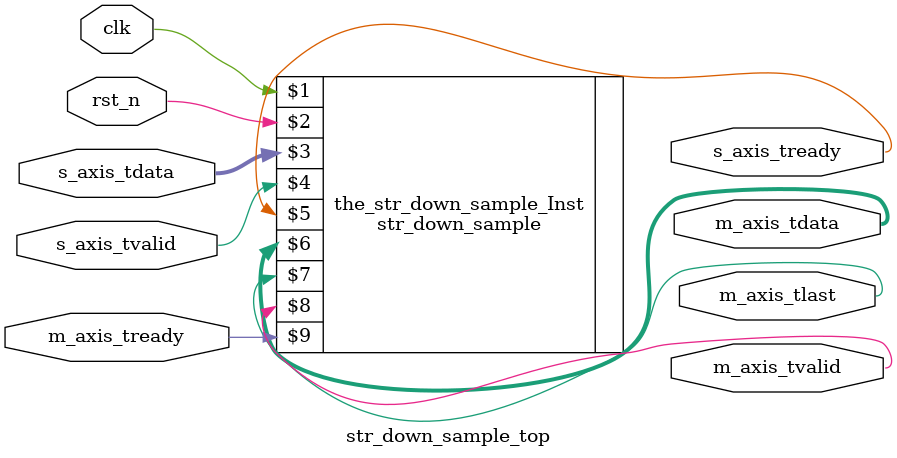
<source format=v>
`timescale 1ns/10ps

module str_down_sample_top #(
    parameter integer DW=24,
    parameter integer LAST=16000
)(
    input wire clk,rst_n,
    input wire signed [DW-1:0] s_axis_tdata,
    input wire s_axis_tvalid,
    output wire s_axis_tready,

    output wire signed [DW-1:0] m_axis_tdata,
    output wire m_axis_tlast,
    output wire m_axis_tvalid,
    input wire m_axis_tready
);
    str_down_sample #(DW,LAST) the_str_down_sample_Inst(
        clk,rst_n,
        s_axis_tdata,
        s_axis_tvalid,s_axis_tready,
        m_axis_tdata,
        m_axis_tlast,
        m_axis_tvalid,m_axis_tready
    );
endmodule
</source>
